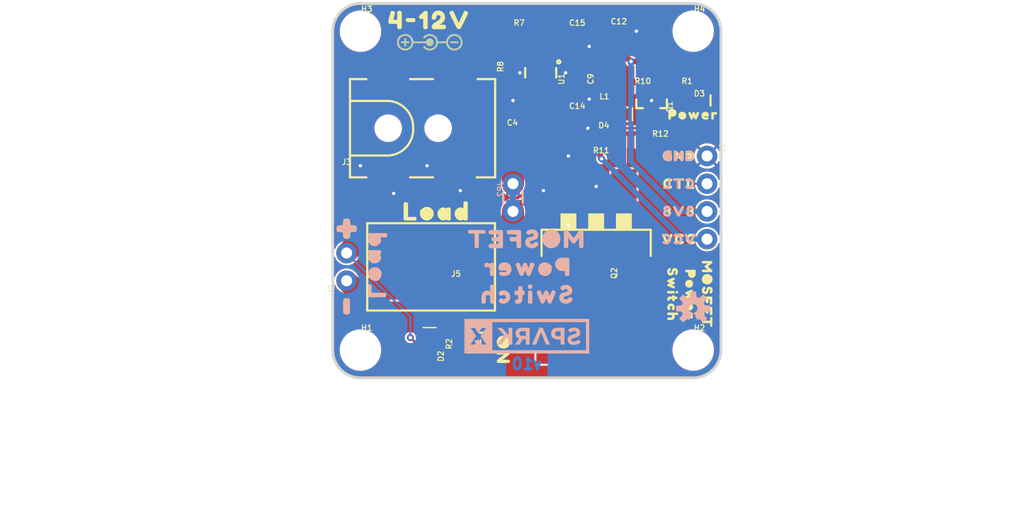
<source format=kicad_pcb>
(kicad_pcb (version 20221018) (generator pcbnew)
  (layers (0 "F.Cu" signal) (31 "B.Cu" signal) (34 "B.Paste" user) (35 "F.Paste" user) (36 "B.SilkS" user "B.Silkscreen") (37 "F.SilkS" user "F.Silkscreen") (38 "B.Mask" user) (39 "F.Mask" user) (44 "Edge.Cuts" user))
  (net 0 "")
  (net 1 "GND")
  (net 2 "N$2")
  (net 3 "CUTOFF")
  (net 4 "VSW")
  (net 5 "N$5")
  (net 6 "N$10")
  (net 7 "3.3V")
  (net 8 "VIN")
  (net 9 "SOLENOID")
  (net 10 "VCC")
  (net 11 "N$1")
  (net 12 "N$12")
  (net 13 "N$3")
  (footprint "working:1X02_POKEHOME" (layer "F.Cu") (at 140.8811 111.9886)
    (fp_text reference "J5" (at 0.635 0.635) (layer "F.SilkS") (effects (font (size 0.512064 0.512064) (thickness 0.097536)) (justify left)))
    (fp_text value "")
    (pad "P1" smd roundrect (at 5.25 -2) (size 3.5 2) (layers "F.Cu" "F.Paste" "F.Mask") (roundrect_rratio 0.0254) (net 10 "VCC"))
    (pad "P2" smd roundrect (at 5.25 2) (size 3.5 2) (layers "F.Cu" "F.Paste" "F.Mask") (roundrect_rratio 0.0254) (net 9 "SOLENOID"))
    (pad "P3" smd roundrect (at -4 -2) (size 6 2) (layers "F.Cu" "F.Paste" "F.Mask") (roundrect_rratio 0.0254) (net 10 "VCC"))
    (pad "P4" smd roundrect (at -4 2) (size 6 2) (layers "F.Cu" "F.Paste" "F.Mask") (roundrect_rratio 0.0254) (net 9 "SOLENOID"))
  )
  (footprint "working:VCC3" (layer "F.Cu") (at 162.4711 109.4486)
    (fp_text reference "U$7" hide)
    (fp_text value "" hide)
  )
  (footprint "working:LOAD0" (layer "F.Cu") (at 140.2461 106.9086)
    (fp_text reference "U$5" hide)
    (fp_text value "" hide)
  )
  (footprint "working:0603" (layer "F.Cu") (at 142.1511 119.6086 90)
    (fp_text reference "R2" (at 0 -0.762 90) (layer "F.SilkS") (effects (font (size 0.512064 0.512064) (thickness 0.097536)) (justify left)))
    (fp_text value "4.7k")
    (pad "1" smd roundrect (at -0.85 0 90) (size 1.1 1) (layers "F.Cu" "F.Paste" "F.Mask") (roundrect_rratio 0.0508) (net 2 "N$2"))
    (pad "2" smd roundrect (at 0.85 0 90) (size 1.1 1) (layers "F.Cu" "F.Paste" "F.Mask") (roundrect_rratio 0.0508) (net 10 "VCC"))
  )
  (footprint "working:0805" (layer "F.Cu") (at 156.1211 90.3986)
    (fp_text reference "C12" (at 0 -0.889) (layer "F.SilkS") (effects (font (size 0.512064 0.512064) (thickness 0.097536)) (justify left)))
    (fp_text value "47uF/6.3V")
    (pad "1" smd roundrect (at -0.9 0) (size 0.8 1.2) (layers "F.Cu" "F.Paste" "F.Mask") (roundrect_rratio 0.0635) (net 7 "3.3V"))
    (pad "2" smd roundrect (at 0.9 0) (size 0.8 1.2) (layers "F.Cu" "F.Paste" "F.Mask") (roundrect_rratio 0.0635) (net 1 "GND"))
  )
  (footprint "working:0603" (layer "F.Cu") (at 146.8501 94.2086 90)
    (fp_text reference "R8" (at 0 -0.762 90) (layer "F.SilkS") (effects (font (size 0.512064 0.512064) (thickness 0.097536)) (justify left)))
    (fp_text value "1k")
    (pad "1" smd roundrect (at -0.85 0 90) (size 1.1 1) (layers "F.Cu" "F.Paste" "F.Mask") (roundrect_rratio 0.0508) (net 1 "GND"))
    (pad "2" smd roundrect (at 0.85 0 90) (size 1.1 1) (layers "F.Cu" "F.Paste" "F.Mask") (roundrect_rratio 0.0508) (net 5 "N$5"))
  )
  (footprint "working:SOT23-3" (layer "F.Cu") (at 159.9311 96.7486 180)
    (fp_text reference "Q1" (at -1.651 0 90) (layer "F.SilkS") (effects (font (size 0.512064 0.512064) (thickness 0.097536)) (justify right)))
    (fp_text value "600mA/40V")
    (pad "1" smd roundrect (at -0.95 1 180) (size 0.8 0.9) (layers "F.Cu" "F.Paste" "F.Mask") (roundrect_rratio 0.0635) (net 12 "N$12"))
    (pad "2" smd roundrect (at 0.95 1 180) (size 0.8 0.9) (layers "F.Cu" "F.Paste" "F.Mask") (roundrect_rratio 0.0635) (net 1 "GND"))
    (pad "3" smd roundrect (at 0 -1.1 180) (size 0.8 0.9) (layers "F.Cu" "F.Paste" "F.Mask") (roundrect_rratio 0.0635) (net 11 "N$1"))
  )
  (footprint "working:SOT23-6" (layer "F.Cu") (at 149.7711 94.2086 180)
    (fp_text reference "U1" (at -1.905 0 90) (layer "F.SilkS") (effects (font (size 0.512064 0.512064) (thickness 0.097536)) (justify right)))
    (fp_text value "LMR14203")
    (pad "1" smd roundrect (at -0.95 1.3751 180) (size 0.55 1.35) (layers "F.Cu" "F.Paste" "F.Mask") (roundrect_rratio 0.09236363636) (net 6 "N$10"))
    (pad "2" smd roundrect (at 0 1.3751 180) (size 0.55 1.35) (layers "F.Cu" "F.Paste" "F.Mask") (roundrect_rratio 0.09236363636) (net 1 "GND"))
    (pad "3" smd roundrect (at 0.95 1.3751 180) (size 0.55 1.35) (layers "F.Cu" "F.Paste" "F.Mask") (roundrect_rratio 0.09236363636) (net 5 "N$5"))
    (pad "4" smd roundrect (at 0.95 -1.3751 180) (size 0.55 1.35) (layers "F.Cu" "F.Paste" "F.Mask") (roundrect_rratio 0.09236363636) (net 10 "VCC"))
    (pad "5" smd roundrect (at 0 -1.3751 180) (size 0.55 1.35) (layers "F.Cu" "F.Paste" "F.Mask") (roundrect_rratio 0.09236363636) (net 10 "VCC"))
    (pad "6" smd roundrect (at -0.95 -1.3751 180) (size 0.55 1.35) (layers "F.Cu" "F.Paste" "F.Mask") (roundrect_rratio 0.09236363636) (net 4 "VSW"))
  )
  (footprint "working:INDUCTOR_LQH32" (layer "F.Cu") (at 156.1211 94.2086 180)
    (fp_text reference "L1" (at 0 -2.166) (layer "F.SilkS") (effects (font (size 0.512064 0.512064) (thickness 0.097536)) (justify right)))
    (fp_text value "15uH")
    (pad "P$1" smd roundrect (at -0.07 -1.205 180) (size 2 1.25) (layers "F.Cu" "F.Paste" "F.Mask") (roundrect_rratio 0.04064) (net 4 "VSW"))
    (pad "P$2" smd roundrect (at -0.07 1.295 180) (size 2 1.25) (layers "F.Cu" "F.Paste" "F.Mask") (roundrect_rratio 0.04064) (net 7 "3.3V"))
  )
  (footprint "working:0603" (layer "F.Cu") (at 156.1211 100.5586 180)
    (fp_text reference "R11" (at 0 -0.762) (layer "F.SilkS") (effects (font (size 0.512064 0.512064) (thickness 0.097536)) (justify right)))
    (fp_text value "10k")
    (pad "1" smd roundrect (at -0.85 0 180) (size 1.1 1) (layers "F.Cu" "F.Paste" "F.Mask") (roundrect_rratio 0.0508) (net 11 "N$1"))
    (pad "2" smd roundrect (at 0.85 0 180) (size 1.1 1) (layers "F.Cu" "F.Paste" "F.Mask") (roundrect_rratio 0.0508) (net 10 "VCC"))
  )
  (footprint "working:3V32" (layer "F.Cu") (at 162.4711 106.9086)
    (fp_text reference "U$1" hide)
    (fp_text value "" hide)
  )
  (footprint "working:0603" (layer "F.Cu") (at 153.5811 94.2086 -90)
    (fp_text reference "C9" (at 0 -0.762 90) (layer "F.SilkS") (effects (font (size 0.512064 0.512064) (thickness 0.097536)) (justify right)))
    (fp_text value "470nF")
    (pad "1" smd roundrect (at -0.85 0 270) (size 1.1 1) (layers "F.Cu" "F.Paste" "F.Mask") (roundrect_rratio 0.0508) (net 6 "N$10"))
    (pad "2" smd roundrect (at 0.85 0 270) (size 1.1 1) (layers "F.Cu" "F.Paste" "F.Mask") (roundrect_rratio 0.0508) (net 4 "VSW"))
  )
  (footprint "working:POWER_JACK_SMD" (layer "F.Cu") (at 135.8011 99.2886)
    (fp_text reference "J3" (at -4.3 3.1) (layer "F.SilkS") (effects (font (size 0.512064 0.512064) (thickness 0.097536)) (justify left)))
    (fp_text value "5.5x2.1mm Barrel")
    (pad "" np_thru_hole circle (at 0 0) (size 2.032 2.032) (drill 2.032) (layers "*.Cu" "*.Mask"))
    (pad "" np_thru_hole circle (at 4.572 0) (size 2.032 2.032) (drill 2.032) (layers "*.Cu" "*.Mask"))
    (pad "GND" smd roundrect (at 0 5.7) (size 2.8 2.4) (layers "F.Cu" "F.Paste" "F.Mask") (roundrect_rratio 0.02116666667) (net 1 "GND"))
    (pad "P$4" smd roundrect (at 6.1 5.7) (size 2.8 2.4) (layers "F.Cu" "F.Paste" "F.Mask") (roundrect_rratio 0.02116666667) (net 1 "GND"))
    (pad "VIN0" smd roundrect (at 0 -5.7) (size 2.8 2.4) (layers "F.Cu" "F.Paste" "F.Mask") (roundrect_rratio 0.02116666667) (net 8 "VIN"))
    (pad "VIN1" smd roundrect (at 6.1 -5.7) (size 2.8 2.4) (layers "F.Cu" "F.Paste" "F.Mask") (roundrect_rratio 0.02116666667))
  )
  (footprint "working:0603" (layer "F.Cu") (at 159.9311 100.5586)
    (fp_text reference "R12" (at 0 -0.762) (layer "F.SilkS") (effects (font (size 0.512064 0.512064) (thickness 0.097536)) (justify left)))
    (fp_text value "1k")
    (pad "1" smd roundrect (at -0.85 0) (size 1.1 1) (layers "F.Cu" "F.Paste" "F.Mask") (roundrect_rratio 0.0508) (net 12 "N$12"))
    (pad "2" smd roundrect (at 0.85 0) (size 1.1 1) (layers "F.Cu" "F.Paste" "F.Mask") (roundrect_rratio 0.0508) (net 3 "CUTOFF"))
  )
  (footprint "working:LED-0603" (layer "F.Cu") (at 163.7411 96.7486)
    (fp_text reference "D3" (at 0 -0.635) (layer "F.SilkS") (effects (font (size 0.512064 0.512064) (thickness 0.097536)) (justify left)))
    (fp_text value "RED")
    (pad "A" smd roundrect (at -0.877 0 270) (size 1 1) (layers "F.Cu" "F.Paste" "F.Mask") (roundrect_rratio 0.15) (net 7 "3.3V"))
    (pad "C" smd roundrect (at 0.877 0 270) (size 1 1) (layers "F.Cu" "F.Paste" "F.Mask") (roundrect_rratio 0.15) (net 13 "N$3"))
  )
  (footprint "working:0603" (layer "F.Cu") (at 163.7411 94.2086 180)
    (fp_text reference "R1" (at 0 -0.762) (layer "F.SilkS") (effects (font (size 0.512064 0.512064) (thickness 0.097536)) (justify right)))
    (fp_text value "1k")
    (pad "1" smd roundrect (at -0.85 0 180) (size 1.1 1) (layers "F.Cu" "F.Paste" "F.Mask") (roundrect_rratio 0.0508) (net 13 "N$3"))
    (pad "2" smd roundrect (at 0.85 0 180) (size 1.1 1) (layers "F.Cu" "F.Paste" "F.Mask") (roundrect_rratio 0.0508) (net 1 "GND"))
  )
  (footprint "working:GND0" (layer "F.Cu") (at 162.4711 101.8286)
    (fp_text reference "U$3" hide)
    (fp_text value "" hide)
  )
  (footprint "working:CTL0" (layer "F.Cu") (at 162.4711 104.3686)
    (fp_text reference "U$8" hide)
    (fp_text value "" hide)
  )
  (footprint "working:1X02_NO_SILK" (layer "F.Cu") (at 131.9911 113.2586 90)
    (fp_text reference "J2" (at -1.27 -1.397 90) (layer "F.SilkS") (effects (font (size 0.512064 0.512064) (thickness 0.097536)) (justify left)))
    (fp_text value "")
    (pad "1" thru_hole circle (at 0 0 180) (size 1.8796 1.8796) (drill 1.016) (layers "*.Cu" "*.Mask") (net 9 "SOLENOID"))
    (pad "2" thru_hole circle (at 2.54 0 180) (size 1.8796 1.8796) (drill 1.016) (layers "*.Cu" "*.Mask") (net 10 "VCC"))
  )
  (footprint "working:POWER1" (layer "F.Cu") (at 163.4871 114.5286 -90)
    (fp_text reference "U$9" hide)
    (fp_text value "" hide)
  )
  (footprint "working:0603" (layer "F.Cu") (at 152.3111 98.0186)
    (fp_text reference "C14" (at 0 -0.762) (layer "F.SilkS") (effects (font (size 0.512064 0.512064) (thickness 0.097536)) (justify left)))
    (fp_text value "0.1uF")
    (pad "1" smd roundrect (at -0.85 0) (size 1.1 1) (layers "F.Cu" "F.Paste" "F.Mask") (roundrect_rratio 0.0508) (net 10 "VCC"))
    (pad "2" smd roundrect (at 0.85 0) (size 1.1 1) (layers "F.Cu" "F.Paste" "F.Mask") (roundrect_rratio 0.0508) (net 1 "GND"))
  )
  (footprint "working:1X04_NO_SILK" (layer "F.Cu") (at 165.0111 101.8286 -90)
    (fp_text reference "J1" (at -1.27 -1.397 90) (layer "F.SilkS") (effects (font (size 0.512064 0.512064) (thickness 0.097536)) (justify right)))
    (fp_text value "")
    (pad "1" thru_hole circle (at 0 0) (size 1.8796 1.8796) (drill 1.016) (layers "*.Cu" "*.Mask") (net 1 "GND"))
    (pad "2" thru_hole circle (at 2.54 0) (size 1.8796 1.8796) (drill 1.016) (layers "*.Cu" "*.Mask") (net 3 "CUTOFF"))
    (pad "3" thru_hole circle (at 5.08 0) (size 1.8796 1.8796) (drill 1.016) (layers "*.Cu" "*.Mask") (net 7 "3.3V"))
    (pad "4" thru_hole circle (at 7.62 0) (size 1.8796 1.8796) (drill 1.016) (layers "*.Cu" "*.Mask") (net 10 "VCC"))
  )
  (footprint "working:#1" (layer "F.Cu") (at 131.9911 115.7986 -90)
    (fp_text reference "U$11" hide)
    (fp_text value "" hide)
  )
  (footprint "working:CREATIVE_COMMONS" (layer "F.Cu") (at 120.5611 134.8486)
    (fp_text reference "FRAME2" hide)
    (fp_text value "FRAME-LETTER" hide)
  )
  (footprint "working:STAND-OFF" (layer "F.Cu") (at 133.2611 119.6086)
    (fp_text reference "H1" (at 0 -2.032) (layer "F.SilkS") (effects (font (size 0.512064 0.512064) (thickness 0.097536)) (justify left)))
    (fp_text value "STAND-OFF")
    (pad "" np_thru_hole circle (at 0 0) (size 3.302 3.302) (drill 3.302) (layers "*.Cu" "*.Mask"))
  )
  (footprint "working:STAND-OFF" (layer "F.Cu") (at 133.2611 90.3986)
    (fp_text reference "H3" (at 0 -2.032) (layer "F.SilkS") (effects (font (size 0.512064 0.512064) (thickness 0.097536)) (justify left)))
    (fp_text value "STAND-OFF")
    (pad "" np_thru_hole circle (at 0 0) (size 3.302 3.302) (drill 3.302) (layers "*.Cu" "*.Mask"))
  )
  (footprint "working:DIODE-MICRO-SMP" (layer "F.Cu") (at 139.6111 119.6086 -90)
    (fp_text reference "D2" (at 0 -1.016 90) (layer "F.SilkS") (effects (font (size 0.512064 0.512064) (thickness 0.097536)) (justify right)))
    (fp_text value "1A/60V/520mV")
    (pad "A" smd roundrect (at 1.2192 0 270) (size 0.8128 0.8128) (layers "F.Cu" "F.Paste" "F.Mask") (roundrect_rratio 0.0625) (net 9 "SOLENOID"))
    (pad "C" smd roundrect (at -0.6985 0 270) (size 2.0066 1.102359) (layers "F.Cu" "F.Paste" "F.Mask") (roundrect_rratio 0.04608299111) (net 10 "VCC"))
  )
  (footprint "working:DIODE-MICRO-SMP" (layer "F.Cu") (at 156.1211 98.0186 180)
    (fp_text reference "D4" (at 0 -1.016) (layer "F.SilkS") (effects (font (size 0.512064 0.512064) (thickness 0.097536)) (justify right)))
    (fp_text value "1A/60V/520mV")
    (pad "A" smd roundrect (at 1.2192 0 180) (size 0.8128 0.8128) (layers "F.Cu" "F.Paste" "F.Mask") (roundrect_rratio 0.0625) (net 1 "GND"))
    (pad "C" smd roundrect (at -0.6985 0 180) (size 2.0066 1.102359) (layers "F.Cu" "F.Paste" "F.Mask") (roundrect_rratio 0.04608299111) (net 4 "VSW"))
  )
  (footprint "working:POLARITY_MARKING_CENTER_POSITIVE#JPG" (layer "F.Cu") (at 139.6111 91.4146 180)
    (fp_text reference "U$29" hide)
    (fp_text value "" hide)
  )
  (footprint "working:STAND-OFF" (layer "F.Cu") (at 163.7411 119.6086)
    (fp_text reference "H2" (at 0 -2.032) (layer "F.SilkS") (effects (font (size 0.512064 0.512064) (thickness 0.097536)) (justify left)))
    (fp_text value "STAND-OFF")
    (pad "" np_thru_hole circle (at 0 0) (size 3.302 3.302) (drill 3.302) (layers "*.Cu" "*.Mask"))
  )
  (footprint "working:0603" (layer "F.Cu") (at 147.2311 90.3986)
    (fp_text reference "R7" (at 0 -0.762) (layer "F.SilkS") (effects (font (size 0.512064 0.512064) (thickness 0.097536)) (justify left)))
    (fp_text value "3.3k")
    (pad "1" smd roundrect (at -0.85 0) (size 1.1 1) (layers "F.Cu" "F.Paste" "F.Mask") (roundrect_rratio 0.0508) (net 5 "N$5"))
    (pad "2" smd roundrect (at 0.85 0) (size 1.1 1) (layers "F.Cu" "F.Paste" "F.Mask") (roundrect_rratio 0.0508) (net 7 "3.3V"))
  )
  (footprint "working:ON0" (layer "F.Cu") (at 146.3421 119.6086 -90)
    (fp_text reference "U$49" hide)
    (fp_text value "" hide)
  )
  (footprint "working:LED-0603" (layer "F.Cu") (at 144.6911 119.6086 90)
    (fp_text reference "D1" (at 0 -0.635 90) (layer "F.SilkS") (effects (font (size 0.512064 0.512064) (thickness 0.097536)) (justify left)))
    (fp_text value "RED")
    (pad "A" smd roundrect (at -0.877 0) (size 1 1) (layers "F.Cu" "F.Paste" "F.Mask") (roundrect_rratio 0.15) (net 2 "N$2"))
    (pad "C" smd roundrect (at 0.877 0) (size 1 1) (layers "F.Cu" "F.Paste" "F.Mask") (roundrect_rratio 0.15) (net 9 "SOLENOID"))
  )
  (footprint "working:0603" (layer "F.Cu") (at 159.9311 94.2086 180)
    (fp_text reference "R10" (at 0 -0.762) (layer "F.SilkS") (effects (font (size 0.512064 0.512064) (thickness 0.097536)) (justify right)))
    (fp_text value "10k")
    (pad "1" smd roundrect (at -0.85 0 180) (size 1.1 1) (layers "F.Cu" "F.Paste" "F.Mask") (roundrect_rratio 0.0508) (net 12 "N$12"))
    (pad "2" smd roundrect (at 0.85 0 180) (size 1.1 1) (layers "F.Cu" "F.Paste" "F.Mask") (roundrect_rratio 0.0508) (net 7 "3.3V"))
  )
  (footprint "working:4#12V0" (layer "F.Cu") (at 139.6111 89.3826)
    (fp_text reference "U$6" hide)
    (fp_text value "" hide)
  )
  (footprint "working:#0" (layer "F.Cu") (at 131.9911 108.6866 -90)
    (fp_text reference "U$10" hide)
    (fp_text value "" hide)
  )
  (footprint "working:TO-263_D2PAK" (layer "F.Cu") (at 154.8511 111.9886 180)
    (fp_text reference "Q2" (at -1.651 0 90) (layer "F.SilkS") (effects (font (size 0.512064 0.512064) (thickness 0.097536)) (justify right)))
    (fp_text value "100A/100V/6.8mΩ")
    (fp_poly (pts (xy 5.4762 0.6762) (xy -5.4762 0.6762) (xy -5.4762 -8.8762) (xy 5.4762 -8.8762)) (fill solid) (layer "F.Cu"))
    (pad "1" smd roundrect (at -2.54 7.045 180) (size 2.32 3.81) (layers "F.Cu" "F.Paste" "F.Mask") (roundrect_rratio 0.02189655172) (net 11 "N$1"))
    (pad "2" smd roundrect (at 0 -2.125 180) (size 1 1) (layers "F.Cu") (roundrect_rratio 0.0508) (net 9 "SOLENOID"))
    (pad "3" smd roundrect (at 2.54 7.045 180) (size 2.32 3.81) (layers "F.Cu" "F.Paste" "F.Mask") (roundrect_rratio 0.02189655172) (net 1 "GND"))
  )
  (footprint "working:STAND-OFF" (layer "F.Cu") (at 163.7411 90.3986)
    (fp_text reference "H4" (at 0 -2.032) (layer "F.SilkS") (effects (font (size 0.512064 0.512064) (thickness 0.097536)) (justify left)))
    (fp_text value "STAND-OFF")
    (pad "" np_thru_hole circle (at 0 0) (size 3.302 3.302) (drill 3.302) (layers "*.Cu" "*.Mask"))
  )
  (footprint "working:0603" (layer "F.Cu") (at 147.7391 98.0186 180)
    (fp_text reference "C4" (at 0 -0.762) (layer "F.SilkS") (effects (font (size 0.512064 0.512064) (thickness 0.097536)) (justify right)))
    (fp_text value "4.7uF")
    (pad "1" smd roundrect (at -0.85 0 180) (size 1.1 1) (layers "F.Cu" "F.Paste" "F.Mask") (roundrect_rratio 0.0508) (net 10 "VCC"))
    (pad "2" smd roundrect (at 0.85 0 180) (size 1.1 1) (layers "F.Cu" "F.Paste" "F.Mask") (roundrect_rratio 0.0508) (net 1 "GND"))
  )
  (footprint "working:MOSFET0" (layer "F.Cu") (at 165.0111 114.5286 -90)
    (fp_text reference "U$2" hide)
    (fp_text value "" hide)
  )
  (footprint "working:0603" (layer "F.Cu") (at 152.3111 90.3986)
    (fp_text reference "C15" (at 0 -0.762) (layer "F.SilkS") (effects (font (size 0.512064 0.512064) (thickness 0.097536)) (justify left)))
    (fp_text value "0.1uF")
    (pad "1" smd roundrect (at -0.85 0) (size 1.1 1) (layers "F.Cu" "F.Paste" "F.Mask") (roundrect_rratio 0.0508) (net 7 "3.3V"))
    (pad "2" smd roundrect (at 0.85 0) (size 1.1 1) (layers "F.Cu" "F.Paste" "F.Mask") (roundrect_rratio 0.0508) (net 1 "GND"))
  )
  (footprint "working:SWITCH2" (layer "F.Cu") (at 161.8361 114.5286 -90)
    (fp_text reference "U$13" hide)
    (fp_text value "" hide)
  )
  (footprint "working:POWER0" (layer "F.Cu") (at 163.7411 98.0186)
    (fp_text reference "U$23" hide)
    (fp_text value "" hide)
  )
  (footprint "working:#1" (layer "B.Cu") (at 131.9911 115.7986 -90)
    (fp_text reference "U$22" hide)
    (fp_text value "" hide)
  )
  (footprint "working:#0" (layer "B.Cu") (at 131.9911 108.6866 -90)
    (fp_text reference "U$20" hide)
    (fp_text value "" hide)
  )
  (footprint "working:COMBO-JUMPER_2_NC_TRACE" (layer "B.Cu") (at 147.2311 105.6386 -90)
    (fp_text reference "JP2" (at 0 1.143 -270) (layer "B.SilkS") (effects (font (size 0.512064 0.512064) (thickness 0.097536)) (justify right mirror)))
    (fp_text value "JUMPER-COMBO_2_NC_TRACE")
    (fp_poly (pts (xy 0.03175 -0.28575) (xy -0.70485 -0.28575) (xy -0.70485 0.28575) (xy 0.03175 0.28575)) (fill solid) (layer "B.Cu"))
    (fp_poly (pts (xy 0.70485 -0.28575) (xy -0.03175 -0.28575) (xy -0.03175 0.28575) (xy 0.70485 0.28575)) (fill solid) (layer "B.Cu"))
    (pad "1" smd roundrect (at -0.508 0 270) (size 0.635 1.27) (layers "B.Cu" "B.Mask") (roundrect_rratio 0.08) (net 8 "VIN"))
    (pad "2" smd roundrect (at 0.508 0 270) (size 0.635 1.27) (layers "B.Cu" "B.Mask") (roundrect_rratio 0.08) (net 10 "VCC"))
    (pad "3" thru_hole circle (at -1.27 0 180) (size 1.8796 1.8796) (drill 1.016) (layers "*.Cu" "*.Mask") (net 8 "VIN"))
    (pad "4" thru_hole circle (at 1.27 0 180) (size 1.8796 1.8796) (drill 1.016) (layers "*.Cu" "*.Mask") (net 10 "VCC"))
  )
  (footprint "working:LOAD0" (layer "B.Cu") (at 134.7851 111.7346 90)
    (fp_text reference "U$19" hide)
    (fp_text value "" hide)
  )
  (footprint "working:POWER_1" (layer "B.Cu") (at 148.1201 111.9886 180)
    (fp_text reference "U$25" hide)
    (fp_text value "" hide)
  )
  (footprint "working:CTL0" (layer "B.Cu") (at 162.3441 104.3686 180)
    (fp_text reference "U$16" hide)
    (fp_text value "" hide)
  )
  (footprint "working:SPARKX-LARGE" (layer "B.Cu") (at 148.5011 118.3386 180)
    (fp_text reference "U$21" hide)
    (fp_text value "SPARKX-LOGO5" hide)
  )
  (footprint "working:MOSFET_0" (layer "B.Cu") (at 147.9931 109.4486 180)
    (fp_text reference "U$24" hide)
    (fp_text value "" hide)
  )
  (footprint "working:GND0" (layer "B.Cu") (at 162.3441 101.8286 180)
    (fp_text reference "U$15" hide)
    (fp_text value "" hide)
  )
  (footprint "working:3V32" (layer "B.Cu") (at 162.3441 106.9086 180)
    (fp_text reference "U$17" hide)
    (fp_text value "" hide)
  )
  (footprint "working:OSHW-LOGO-S" (layer "B.Cu") (at 163.7411 115.7986 180)
    (fp_text reference "LOGO1" hide)
    (fp_text value "OSHW-LOGOS" hide)
  )
  (footprint "working:SWITCH_2" (layer "B.Cu") (at 148.1201 114.5286 180)
    (fp_text reference "U$26" hide)
    (fp_text value "" hide)
  )
  (footprint "working:VCC3" (layer "B.Cu") (at 162.3441 109.4486 180)
    (fp_text reference "U$18" hide)
    (fp_text value "" hide)
  )
  (gr_arc (start 166.2811 119.6086) (mid 165.537151 121.404651) (end 163.7411 122.1486) (stroke (width 0.254)) (layer "Edge.Cuts"))
  (gr_arc (start 163.7411 87.8586) (mid 165.537151 88.602549) (end 166.2811 90.3986) (stroke (width 0.254)) (layer "Edge.Cuts"))
  (gr_arc (start 133.2611 122.1486) (mid 131.465049 121.404651) (end 130.7211 119.6086) (stroke (width 0.254)) (layer "Edge.Cuts"))
  (gr_line (start 133.2611 87.8586) (end 163.7411 87.8586) (stroke (width 0.254)) (layer "Edge.Cuts"))
  (gr_line (start 166.2811 90.3986) (end 166.2811 119.6086) (stroke (width 0.254)) (layer "Edge.Cuts"))
  (gr_arc (start 130.7211 90.3986) (mid 131.465049 88.602549) (end 133.2611 87.8586) (stroke (width 0.254)) (layer "Edge.Cuts"))
  (gr_line (start 130.7211 119.6086) (end 130.7211 90.3986) (stroke (width 0.254)) (layer "Edge.Cuts"))
  (gr_line (start 163.7411 122.1486) (end 133.2611 122.1486) (stroke (width 0.254)) (layer "Edge.Cuts"))
  (gr_text "v10" (at 148.5011 120.8786) (layer "B.Cu") (effects (font (size 1.016 1.016) (thickness 0.254)) (justify mirror)))
  (via (at 154.8511 104.6226) (size 0.6604) (drill 0.3048) (layers "F.Cu" "B.Cu") (net 1))
  (via (at 139.3571 102.7176) (size 0.6604) (drill 0.3048) (layers "F.Cu" "B.Cu") (net 1))
  (via (at 152.3111 108.1786) (size 0.6604) (drill 0.3048) (layers "F.Cu" "B.Cu") (net 1))
  (via (at 154.2161 96.6216) (size 0.6604) (drill 0.3048) (layers "F.Cu" "B.Cu") (net 1))
  (via (at 147.8661 94.2086) (size 0.6604) (drill 0.3048) (layers "F.Cu" "B.Cu") (net 1))
  (via (at 142.4051 105.0036) (size 0.6604) (drill 0.3048) (layers "F.Cu" "B.Cu") (net 1))
  (via (at 154.0891 99.2886) (size 0.6604) (drill 0.3048) (layers "F.Cu" "B.Cu") (net 1))
  (via (at 159.9311 96.7486) (size 0.6604) (drill 0.3048) (layers "F.Cu" "B.Cu") (net 1))
  (via (at 150.0251 105.0036) (size 0.6604) (drill 0.3048) (layers "F.Cu" "B.Cu") (net 1))
  (via (at 152.0571 94.2086) (size 0.6604) (drill 0.3048) (layers "F.Cu" "B.Cu") (net 1))
  (via (at 152.3111 101.8286) (size 0.6604) (drill 0.3048) (layers "F.Cu" "B.Cu") (net 1))
  (via (at 154.2161 91.7956) (size 0.6604) (drill 0.3048) (layers "F.Cu" "B.Cu") (net 1))
  (via (at 158.5341 90.3986) (size 0.6604) (drill 0.3048) (layers "F.Cu" "B.Cu") (net 1))
  (via (at 133.2611 102.7176) (size 0.6604) (drill 0.3048) (layers "F.Cu" "B.Cu") (net 1))
  (via (at 147.2311 96.7486) (size 0.6604) (drill 0.3048) (layers "F.Cu" "B.Cu") (net 1))
  (via (at 136.3091 105.2576) (size 0.6604) (drill 0.3048) (layers "F.Cu" "B.Cu") (net 1))
  (segment (start 142.1511 120.4586) (end 142.1781 120.4856) (width 0.2032) (layer "F.Cu") (net 2))
  (segment (start 142.1781 120.4856) (end 144.6911 120.4856) (width 0.2032) (layer "F.Cu") (net 2))
  (segment (start 165.0111 104.3686) (end 161.9631 104.3686) (width 0.2032) (layer "F.Cu") (net 3))
  (segment (start 160.7811 103.1866) (end 160.7811 100.5586) (width 0.2032) (layer "F.Cu") (net 3))
  (segment (start 161.9631 104.3686) (end 160.7811 103.1866) (width 0.2032) (layer "F.Cu") (net 3))
  (segment (start 153.056 95.5837) (end 153.5811 95.0586) (width 0.508) (layer "F.Cu") (net 4))
  (segment (start 156.8196 96.0421) (end 156.8196 98.0186) (width 0.508) (layer "F.Cu") (net 4))
  (segment (start 153.5811 95.0586) (end 155.8361 95.0586) (width 0.508) (layer "F.Cu") (net 4))
  (segment (start 150.7211 95.5837) (end 153.056 95.5837) (width 0.508) (layer "F.Cu") (net 4))
  (segment (start 155.8361 95.0586) (end 156.1911 95.4136) (width 0.508) (layer "F.Cu") (net 4))
  (segment (start 156.1911 95.4136) (end 156.8196 96.0421) (width 0.508) (layer "F.Cu") (net 4))
  (segment (start 147.4461 93.3586) (end 147.9712 92.8335) (width 0.2032) (layer "F.Cu") (net 5))
  (segment (start 147.9712 92.8335) (end 148.8211 92.8335) (width 0.2032) (layer "F.Cu") (net 5))
  (segment (start 146.8501 93.3586) (end 146.8501 92.1766) (width 0.2032) (layer "F.Cu") (net 5))
  (segment (start 146.3811 91.7076) (end 146.8501 92.1766) (width 0.2032) (layer "F.Cu") (net 5))
  (segment (start 146.8501 93.3586) (end 147.4461 93.3586) (width 0.2032) (layer "F.Cu") (net 5))
  (segment (start 146.2981 90.4816) (end 146.3811 90.3986) (width 0.2032) (layer "F.Cu") (net 5))
  (segment (start 146.3811 90.3986) (end 146.3811 91.7076) (width 0.2032) (layer "F.Cu") (net 5))
  (segment (start 150.7211 92.8335) (end 153.056 92.8335) (width 0.2032) (layer "F.Cu") (net 6))
  (segment (start 153.056 92.8335) (end 153.5811 93.3586) (width 0.2032) (layer "F.Cu") (net 6))
  (segment (start 156.1911 91.9926) (end 156.1911 92.9136) (width 0.508) (layer "F.Cu") (net 7))
  (segment (start 161.5626 93.1731) (end 161.8361 93.4466) (width 0.508) (layer "F.Cu") (net 7))
  (segment (start 154.8511 89.0016) (end 151.5491 89.0016) (width 0.508) (layer "F.Cu") (net 7))
  (segment (start 161.8361 95.7206) (end 162.8641 96.7486) (width 0.508) (layer "F.Cu") (net 7))
  (segment (start 155.2211 89.3716) (end 154.8511 89.0016) (width 0.508) (layer "F.Cu") (net 7))
  (segment (start 158.0456 93.1731) (end 159.0421 93.1731) (width 0.508) (layer "F.Cu") (net 7))
  (segment (start 149.4781 89.0016) (end 148.0811 90.3986) (width 0.508) (layer "F.Cu") (net 7))
  (segment (start 155.2211 91.0226) (end 156.1911 91.9926) (width 0.508) (layer "F.Cu") (net 7))
  (segment (start 156.1911 92.9136) (end 157.7861 92.9136) (width 0.508) (layer "F.Cu") (net 7))
  (segment (start 151.4611 90.3986) (end 151.4611 89.0896) (width 0.508) (layer "F.Cu") (net 7))
  (segment (start 159.0811 94.2086) (end 159.0421 94.1696) (width 0.508) (layer "F.Cu") (net 7))
  (segment (start 151.4611 89.0896) (end 151.5491 89.0016) (width 0.508) (layer "F.Cu") (net 7))
  (segment (start 155.2211 90.3986) (end 155.2211 89.3716) (width 0.508) (layer "F.Cu") (net 7))
  (segment (start 151.5491 89.0016) (end 149.4781 89.0016) (width 0.508) (layer "F.Cu") (net 7))
  (segment (start 161.8361 93.4466) (end 161.8361 95.7206) (width 0.508) (layer "F.Cu") (net 7))
  (segment (start 157.7861 92.9136) (end 158.0456 93.1731) (width 0.508) (layer "F.Cu") (net 7))
  (segment (start 159.0421 93.1731) (end 161.5626 93.1731) (width 0.508) (layer "F.Cu") (net 7))
  (segment (start 159.0421 94.1696) (end 159.0421 93.1731) (width 0.508) (layer "F.Cu") (net 7))
  (segment (start 155.2211 90.3986) (end 155.2211 91.0226) (width 0.508) (layer "F.Cu") (net 7))
  (via (at 158.0456 93.1731) (size 0.6604) (drill 0.3048) (layers "F.Cu" "B.Cu") (net 7))
  (segment (start 165.0111 106.9086) (end 162.5981 106.9086) (width 0.508) (layer "B.Cu") (net 7))
  (segment (start 158.0456 102.3561) (end 158.0456 93.1731) (width 0.508) (layer "B.Cu") (net 7))
  (segment (start 162.5981 106.9086) (end 158.0456 102.3561) (width 0.508) (layer "B.Cu") (net 7))
  (segment (start 138.8341 96.6216) (end 141.5161 96.6216) (width 2.032) (layer "F.Cu") (net 8))
  (segment (start 147.2311 102.3366) (end 147.2311 104.3686) (width 2.032) (layer "F.Cu") (net 8))
  (segment (start 135.8011 93.7006) (end 135.8011 93.5886) (width 2.032) (layer "F.Cu") (net 8))
  (segment (start 147.2311 102.3366) (end 141.5161 96.6216) (width 2.032) (layer "F.Cu") (net 8))
  (segment (start 135.8011 93.5886) (end 138.8341 96.6216) (width 2.032) (layer "F.Cu") (net 8))
  (segment (start 147.2311 105.1306) (end 147.2311 104.3686) (width 0.508) (layer "B.Cu") (net 8))
  (segment (start 140.862212 119.6086) (end 143.8141 119.6086) (width 0.2032) (layer "F.Cu") (net 9))
  (segment (start 140.2461 120.1928) (end 140.278012 120.1928) (width 0.2032) (layer "F.Cu") (net 9))
  (segment (start 144.6911 118.7316) (end 144.6911 113.9886) (width 0.2032) (layer "F.Cu") (net 9))
  (segment (start 136.8811 113.9886) (end 132.7211 113.9886) (width 1.905) (layer "F.Cu") (net 9))
  (segment (start 140.278012 120.1928) (end 140.862212 119.6086) (width 0.2032) (layer "F.Cu") (net 9))
  (segment (start 144.6911 113.9886) (end 136.8811 113.9886) (width 2.032) (layer "F.Cu") (net 9))
  (segment (start 146.1311 113.9886) (end 154.7261 113.9886) (width 2.032) (layer "F.Cu") (net 9))
  (segment (start 154.7261 113.9886) (end 154.8511 114.1136) (width 2.032) (layer "F.Cu") (net 9))
  (segment (start 143.8141 119.6086) (end 144.6911 118.7316) (width 0.2032) (layer "F.Cu") (net 9))
  (segment (start 132.7211 113.9886) (end 131.9911 113.2586) (width 1.905) (layer "F.Cu") (net 9))
  (segment (start 139.6111 120.8278) (end 140.2461 120.1928) (width 0.2032) (layer "F.Cu") (net 9))
  (segment (start 144.6911 113.9886) (end 146.1311 113.9886) (width 2.032) (layer "F.Cu") (net 9))
  (segment (start 142.1511 118.7586) (end 139.7626 118.7586) (width 0.2032) (layer "F.Cu") (net 10))
  (segment (start 138.2776 118.9101) (end 137.8331 118.4656) (width 0.2032) (layer "F.Cu") (net 10))
  (segment (start 146.6391 109.9886) (end 146.1311 109.9886) (width 2.032) (layer "F.Cu") (net 10))
  (segment (start 139.7626 118.7586) (end 139.6111 118.9101) (width 0.2032) (layer "F.Cu") (net 10))
  (segment (start 149.7711 98.0186) (end 151.4611 98.0186) (width 0.508) (layer "F.Cu") (net 10))
  (segment (start 148.8211 98.0186) (end 149.7711 98.0186) (width 0.508) (layer "F.Cu") (net 10))
  (segment (start 152.5651 100.5586) (end 151.4611 99.4546) (width 0.508) (layer "F.Cu") (net 10))
  (segment (start 139.6111 118.9101) (end 138.2776 118.9101) (width 0.2032) (layer "F.Cu") (net 10))
  (segment (start 148.5891 98.0186) (end 148.8211 98.0186) (width 0.508) (layer "F.Cu") (net 10))
  (segment (start 149.7711 95.5837) (end 149.7711 98.0186) (width 0.508) (layer "F.Cu") (net 10))
  (segment (start 148.8211 95.5837) (end 148.8211 98.0186) (width 0.508) (layer "F.Cu") (net 10))
  (segment (start 155.2321 100.5586) (end 152.5651 100.5586) (width 0.508) (layer "F.Cu") (net 10))
  (segment (start 148.8211 105.3186) (end 148.8211 98.0186) (width 0.508) (layer "F.Cu") (net 10))
  (segment (start 146.1311 109.9886) (end 136.8811 109.9886) (width 2.032) (layer "F.Cu") (net 10))
  (segment (start 155.2711 100.5586) (end 155.2321 100.5586) (width 0.508) (layer "F.Cu") (net 10))
  (segment (start 132.7211 109.9886) (end 131.9911 110.7186) (width 1.905) (layer "F.Cu") (net 10))
  (segment (start 147.2311 106.9086) (end 148.8211 105.3186) (width 0.508) (layer "F.Cu") (net 10))
  (segment (start 155.3591 102.0826) (end 155.2321 101.9556) (width 0.508) (layer "F.Cu") (net 10))
  (segment (start 147.2311 109.3966) (end 146.6391 109.9886) (width 2.032) (layer "F.Cu") (net 10))
  (segment (start 151.4611 99.4546) (end 151.4611 98.0186) (width 0.508) (layer "F.Cu") (net 10))
  (segment (start 147.2311 106.9086) (end 147.2311 109.3966) (width 2.032) (layer "F.Cu") (net 10))
  (segment (start 155.2321 101.9556) (end 155.2321 100.5586) (width 0.508) (layer "F.Cu") (net 10))
  (segment (start 136.8811 109.9886) (end 132.7211 109.9886) (width 1.905) (layer "F.Cu") (net 10))
  (via (at 137.8331 118.4656) (size 0.6604) (drill 0.3048) (layers "F.Cu" "B.Cu") (net 10))
  (via (at 155.3591 102.0826) (size 0.6604) (drill 0.3048) (layers "F.Cu" "B.Cu") (net 10))
  (segment (start 137.8331 118.4656) (end 137.8331 116.5606) (width 0.2032) (layer "B.Cu") (net 10))
  (segment (start 147.2311 106.1466) (end 147.2311 106.9086) (width 0.508) (layer "B.Cu") (net 10))
  (segment (start 162.7251 109.4486) (end 155.3591 102.0826) (width 0.508) (layer "B.Cu") (net 10))
  (segment (start 165.0111 109.4486) (end 162.7251 109.4486) (width 0.508) (layer "B.Cu") (net 10))
  (segment (start 137.8331 116.5606) (end 131.9911 110.7186) (width 0.2032) (layer "B.Cu") (net 10))
  (segment (start 159.5501 99.2886) (end 159.9311 98.9076) (width 0.2032) (layer "F.Cu") (net 11))
  (segment (start 156.9711 100.5586) (end 156.9711 99.7086) (width 0.2032) (layer "F.Cu") (net 11))
  (segment (start 156.9711 100.5586) (end 157.3911 100.9786) (width 0.2032) (layer "F.Cu") (net 11))
  (segment (start 157.3911 99.2886) (end 159.5501 99.2886) (width 0.2032) (layer "F.Cu") (net 11))
  (segment (start 156.9711 99.7086) (end 157.3911 99.2886) (width 0.2032) (layer "F.Cu") (net 11))
  (segment (start 157.3911 100.9786) (end 157.3911 104.9436) (width 0.2032) (layer "F.Cu") (net 11))
  (segment (start 159.9311 98.9076) (end 159.9311 97.8486) (width 0.2032) (layer "F.Cu") (net 11))
  (segment (start 159.0811 100.5586) (end 160.8811 98.7586) (width 0.2032) (layer "F.Cu") (net 12))
  (segment (start 160.8811 95.7486) (end 160.8811 94.3086) (width 0.2032) (layer "F.Cu") (net 12))
  (segment (start 160.8811 98.7586) (end 160.8811 95.7486) (width 0.2032) (layer "F.Cu") (net 12))
  (segment (start 160.8811 94.3086) (end 160.7811 94.2086) (width 0.2032) (layer "F.Cu") (net 12))
  (segment (start 164.6181 96.7486) (end 164.6181 94.2356) (width 0.2032) (layer "F.Cu") (net 13))
  (segment (start 164.6181 94.2356) (end 164.5911 94.2086) (width 0.2032) (layer "F.Cu") (net 13))
  (zone (net 1) (net_name "GND") (layer "F.Cu") (priority 3) (connect_pads (clearance 0.1778)) (min_thickness 0.0889) (fill yes (thermal_gap 0.2278) (thermal_bridge_width 0.2278))
    (polygon (pts (xy 166.37 122.2375) (xy 130.6322 122.2375) (xy 130.6322 87.7697) (xy 166.37 87.7697)))
  )
  (zone (net 1) (net_name "GND") (layer "B.Cu") (priority 3) (connect_pads (clearance 0.1778)) (min_thickness 0.0889) (fill yes (thermal_gap 0.2278) (thermal_bridge_width 0.2278))
    (polygon (pts (xy 166.37 122.2375) (xy 130.6322 122.2375) (xy 130.6322 87.7697) (xy 166.37 87.7697)))
  )
)
</source>
